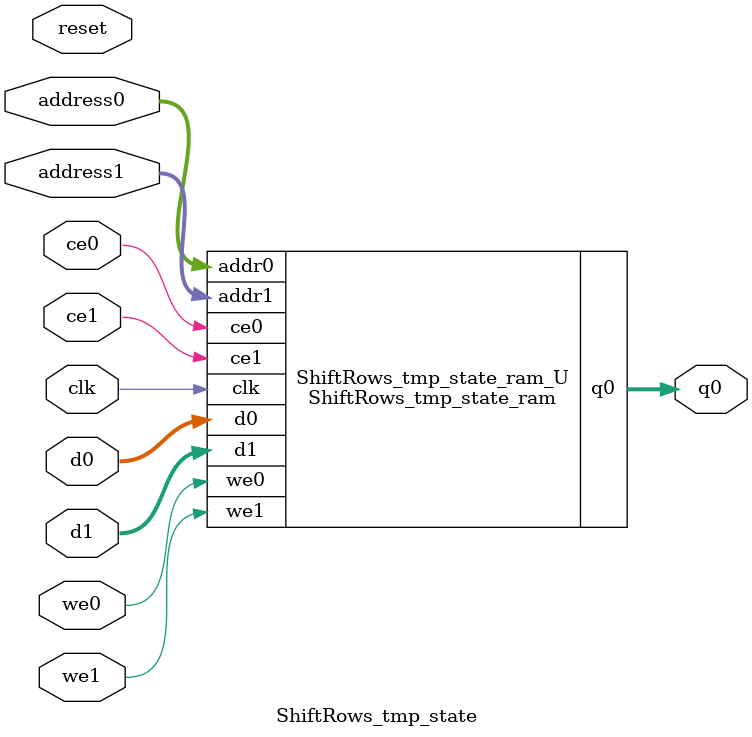
<source format=v>

`timescale 1 ns / 1 ps
module ShiftRows_tmp_state_ram (addr0, ce0, d0, we0, q0, addr1, ce1, d1, we1,  clk);

parameter DWIDTH = 8;
parameter AWIDTH = 4;
parameter MEM_SIZE = 16;

input[AWIDTH-1:0] addr0;
input ce0;
input[DWIDTH-1:0] d0;
input we0;
output reg[DWIDTH-1:0] q0;
input[AWIDTH-1:0] addr1;
input ce1;
input[DWIDTH-1:0] d1;
input we1;
input clk;

(* ram_style = "block" *)reg [DWIDTH-1:0] ram[0:MEM_SIZE-1];




always @(posedge clk)  
begin 
    if (ce0) 
    begin
        if (we0) 
        begin 
            ram[addr0] <= d0; 
            q0 <= d0;
        end 
        else 
            q0 <= ram[addr0];
    end
end


always @(posedge clk)  
begin 
    if (ce1) 
    begin
        if (we1) 
        begin 
            ram[addr1] <= d1; 
        end 
    end
end


endmodule


`timescale 1 ns / 1 ps
module ShiftRows_tmp_state(
    reset,
    clk,
    address0,
    ce0,
    we0,
    d0,
    q0,
    address1,
    ce1,
    we1,
    d1);

parameter DataWidth = 32'd8;
parameter AddressRange = 32'd16;
parameter AddressWidth = 32'd4;
input reset;
input clk;
input[AddressWidth - 1:0] address0;
input ce0;
input we0;
input[DataWidth - 1:0] d0;
output[DataWidth - 1:0] q0;
input[AddressWidth - 1:0] address1;
input ce1;
input we1;
input[DataWidth - 1:0] d1;



ShiftRows_tmp_state_ram ShiftRows_tmp_state_ram_U(
    .clk( clk ),
    .addr0( address0 ),
    .ce0( ce0 ),
    .d0( d0 ),
    .we0( we0 ),
    .q0( q0 ),
    .addr1( address1 ),
    .ce1( ce1 ),
    .d1( d1 ),
    .we1( we1 ));

endmodule


</source>
